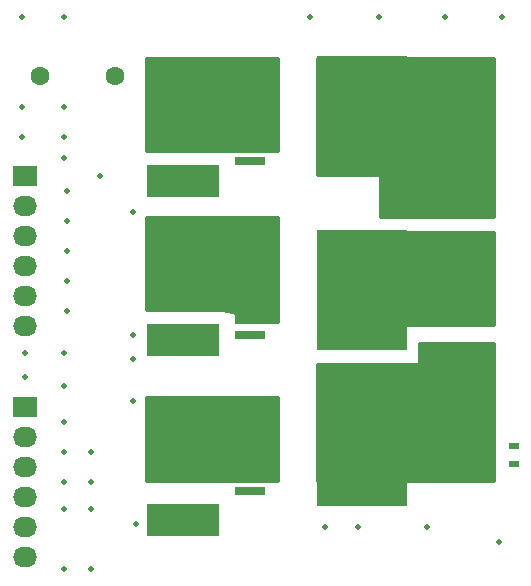
<source format=gbr>
G04 #@! TF.FileFunction,Soldermask,Bot*
%FSLAX46Y46*%
G04 Gerber Fmt 4.6, Leading zero omitted, Abs format (unit mm)*
G04 Created by KiCad (PCBNEW (2015-05-26 BZR 5684)-product) date Thu 13 Aug 2015 05:18:35 PM PDT*
%MOMM*%
G01*
G04 APERTURE LIST*
%ADD10C,0.100000*%
%ADD11C,0.508000*%
%ADD12R,2.032000X1.727200*%
%ADD13O,2.032000X1.727200*%
%ADD14C,1.600000*%
%ADD15R,7.620000X10.160000*%
%ADD16R,2.540000X0.700000*%
%ADD17R,6.197600X2.692400*%
%ADD18R,0.900000X0.500000*%
%ADD19C,0.254000*%
G04 APERTURE END LIST*
D10*
D11*
X167132000Y-85090000D03*
X167132000Y-83566000D03*
X163322000Y-83566000D03*
X163322000Y-85090000D03*
X163322000Y-86868000D03*
X163322000Y-88392000D03*
X163322000Y-89662000D03*
X163322000Y-91440000D03*
X163322000Y-93472000D03*
X167132000Y-86868000D03*
X167132000Y-88392000D03*
X167132000Y-89916000D03*
X167132000Y-91440000D03*
X167132000Y-93472000D03*
X167132000Y-95250000D03*
X163322000Y-100330000D03*
X163322000Y-99060000D03*
X163322000Y-98044000D03*
X167132000Y-98044000D03*
X167132000Y-99060000D03*
X167132000Y-100330000D03*
X167132000Y-101600000D03*
X167132000Y-102870000D03*
X163322000Y-102870000D03*
X163322000Y-104394000D03*
X167132000Y-104394000D03*
X167132000Y-114046000D03*
X167132000Y-116078000D03*
X167132000Y-117856000D03*
X163322000Y-117856000D03*
X163322000Y-116078000D03*
X163322000Y-114046000D03*
X167132000Y-112014000D03*
X163322000Y-112014000D03*
X163322000Y-109982000D03*
X167132000Y-109982000D03*
X167132000Y-107950000D03*
X138176000Y-111760000D03*
X138176000Y-95758000D03*
X132588000Y-93980000D03*
X132588000Y-96520000D03*
X132588000Y-99060000D03*
X132588000Y-101600000D03*
X132588000Y-104140000D03*
X135382000Y-92710000D03*
X132334000Y-79248000D03*
X128778000Y-79248000D03*
X159004000Y-79248000D03*
X164592000Y-79248000D03*
X169418000Y-79248000D03*
X153162000Y-79248000D03*
X138176000Y-106172000D03*
X138176000Y-108204000D03*
X129032000Y-109728000D03*
X129032000Y-107696000D03*
X132334000Y-107696000D03*
X132334000Y-110490000D03*
X132334000Y-120904000D03*
X134620000Y-120904000D03*
X134620000Y-116078000D03*
X132334000Y-116078000D03*
X154432000Y-122428000D03*
X157226000Y-122428000D03*
X163068000Y-122428000D03*
X169164000Y-123698000D03*
X132334000Y-125984000D03*
X138430000Y-122174000D03*
X134620000Y-125984000D03*
X132334000Y-113538000D03*
X134620000Y-118618000D03*
X132334000Y-118618000D03*
X132334000Y-91186000D03*
X128778000Y-89408000D03*
X132334000Y-89408000D03*
X132334000Y-86868000D03*
X128778000Y-86868000D03*
D12*
X129032000Y-92710000D03*
D13*
X129032000Y-95250000D03*
X129032000Y-97790000D03*
X129032000Y-100330000D03*
X129032000Y-102870000D03*
X129032000Y-105410000D03*
D12*
X129032000Y-112268000D03*
D13*
X129032000Y-114808000D03*
X129032000Y-117348000D03*
X129032000Y-119888000D03*
X129032000Y-122428000D03*
X129032000Y-124968000D03*
D14*
X163450000Y-107960000D03*
X163450000Y-101610000D03*
X163450000Y-95260000D03*
X136662000Y-84200000D03*
X130312000Y-84200000D03*
D15*
X157607000Y-87630000D03*
D16*
X148082000Y-91440000D03*
X148082000Y-90170000D03*
X148082000Y-88900000D03*
X148082000Y-86360000D03*
X148082000Y-85090000D03*
X148082000Y-83820000D03*
D15*
X157607000Y-102362000D03*
D16*
X148082000Y-106172000D03*
X148082000Y-104902000D03*
X148082000Y-103632000D03*
X148082000Y-101092000D03*
X148082000Y-99822000D03*
X148082000Y-98552000D03*
D15*
X157607000Y-115570000D03*
D16*
X148082000Y-119380000D03*
X148082000Y-118110000D03*
X148082000Y-116840000D03*
X148082000Y-114300000D03*
X148082000Y-113030000D03*
X148082000Y-111760000D03*
D17*
X142430500Y-84048600D03*
X142430500Y-93091000D03*
X142430500Y-97510600D03*
X142430500Y-106553000D03*
D18*
X170434000Y-117082000D03*
X170434000Y-115582000D03*
D17*
X142430500Y-112750600D03*
X142430500Y-121793000D03*
D19*
G36*
X168783000Y-96139000D02*
X159131000Y-96139000D01*
X159131000Y-92583000D01*
X153797000Y-92583000D01*
X153797000Y-82677000D01*
X168783000Y-82677000D01*
X168783000Y-96139000D01*
X168783000Y-96139000D01*
G37*
X168783000Y-96139000D02*
X159131000Y-96139000D01*
X159131000Y-92583000D01*
X153797000Y-92583000D01*
X153797000Y-82677000D01*
X168783000Y-82677000D01*
X168783000Y-96139000D01*
G36*
X168783000Y-105283000D02*
X154051000Y-105283000D01*
X154051000Y-97409000D01*
X168783000Y-97409000D01*
X168783000Y-105283000D01*
X168783000Y-105283000D01*
G37*
X168783000Y-105283000D02*
X154051000Y-105283000D01*
X154051000Y-97409000D01*
X168783000Y-97409000D01*
X168783000Y-105283000D01*
G36*
X168783000Y-118491000D02*
X153797000Y-118491000D01*
X153797000Y-108585000D01*
X162433000Y-108585000D01*
X162433000Y-106807000D01*
X168783000Y-106807000D01*
X168783000Y-118491000D01*
X168783000Y-118491000D01*
G37*
X168783000Y-118491000D02*
X153797000Y-118491000D01*
X153797000Y-108585000D01*
X162433000Y-108585000D01*
X162433000Y-106807000D01*
X168783000Y-106807000D01*
X168783000Y-118491000D01*
G36*
X150495000Y-118491000D02*
X139319000Y-118491000D01*
X139319000Y-111379000D01*
X150495000Y-111379000D01*
X150495000Y-118491000D01*
X150495000Y-118491000D01*
G37*
X150495000Y-118491000D02*
X139319000Y-118491000D01*
X139319000Y-111379000D01*
X150495000Y-111379000D01*
X150495000Y-118491000D01*
G36*
X150495000Y-105029000D02*
X146939000Y-105029000D01*
X146939000Y-104294841D01*
X145811634Y-104013000D01*
X139319000Y-104013000D01*
X139319000Y-96139000D01*
X150495000Y-96139000D01*
X150495000Y-105029000D01*
X150495000Y-105029000D01*
G37*
X150495000Y-105029000D02*
X146939000Y-105029000D01*
X146939000Y-104294841D01*
X145811634Y-104013000D01*
X139319000Y-104013000D01*
X139319000Y-96139000D01*
X150495000Y-96139000D01*
X150495000Y-105029000D01*
G36*
X150495000Y-90551000D02*
X139319000Y-90551000D01*
X139319000Y-82677000D01*
X150495000Y-82677000D01*
X150495000Y-90551000D01*
X150495000Y-90551000D01*
G37*
X150495000Y-90551000D02*
X139319000Y-90551000D01*
X139319000Y-82677000D01*
X150495000Y-82677000D01*
X150495000Y-90551000D01*
M02*

</source>
